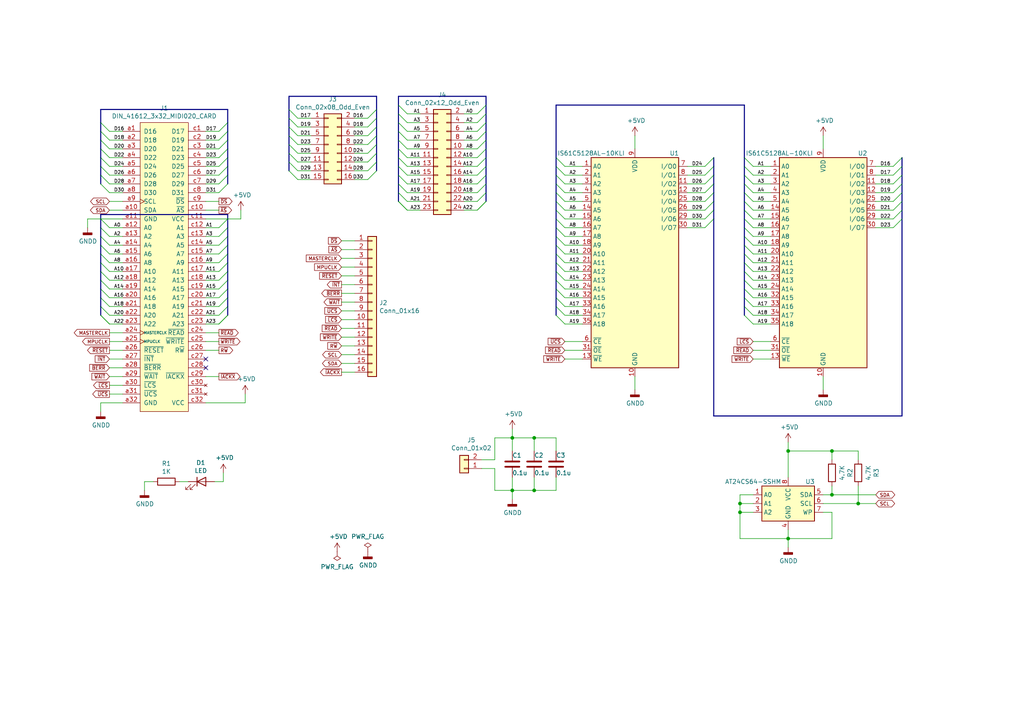
<source format=kicad_sch>
(kicad_sch (version 20211123) (generator eeschema)
  (paper "A4")
  (junction (at 241.3 143.51))
  (junction (at 241.3 130.81))
  (junction (at 148.59 127))
  (junction (at 228.6 156.21))
  (junction (at 214.63 146.05))
  (junction (at 148.59 142.24))
  (junction (at 228.6 130.81))
  (junction (at 154.94 142.24))
  (junction (at 154.94 127))
  (junction (at 214.63 148.59))
  (junction (at 248.92 146.05))
  (no_connect (at 59.69 104.14))
  (no_connect (at 59.69 106.68))
  (bus_entry (at 115.57 33.02) (size 2.54 2.54))
  (bus_entry (at 29.21 71.12) (size 2.54 2.54))
  (bus_entry (at 215.9 76.2) (size 2.54 2.54))
  (bus_entry (at 29.21 40.64) (size 2.54 2.54))
  (bus_entry (at 109.22 34.29) (size -2.54 2.54))
  (bus_entry (at 261.62 63.5) (size -2.54 2.54))
  (bus_entry (at 66.04 45.72) (size -2.54 2.54))
  (bus_entry (at 215.9 71.12) (size 2.54 2.54))
  (bus_entry (at 161.29 83.82) (size 2.54 2.54))
  (bus_entry (at 66.04 43.18) (size -2.54 2.54))
  (bus_entry (at 207.01 48.26) (size -2.54 2.54))
  (bus_entry (at 261.62 55.88) (size -2.54 2.54))
  (bus_entry (at 29.21 73.66) (size 2.54 2.54))
  (bus_entry (at 161.29 71.12) (size 2.54 2.54))
  (bus_entry (at 115.57 58.42) (size 2.54 2.54))
  (bus_entry (at 109.22 39.37) (size -2.54 2.54))
  (bus_entry (at 261.62 50.8) (size -2.54 2.54))
  (bus_entry (at 83.82 49.53) (size 2.54 2.54))
  (bus_entry (at 66.04 40.64) (size -2.54 2.54))
  (bus_entry (at 29.21 63.5) (size 2.54 2.54))
  (bus_entry (at 115.57 48.26) (size 2.54 2.54))
  (bus_entry (at 261.62 60.96) (size -2.54 2.54))
  (bus_entry (at 215.9 73.66) (size 2.54 2.54))
  (bus_entry (at 215.9 55.88) (size 2.54 2.54))
  (bus_entry (at 29.21 81.28) (size 2.54 2.54))
  (bus_entry (at 207.01 60.96) (size -2.54 2.54))
  (bus_entry (at 83.82 41.91) (size 2.54 2.54))
  (bus_entry (at 29.21 83.82) (size 2.54 2.54))
  (bus_entry (at 161.29 91.44) (size 2.54 2.54))
  (bus_entry (at 66.04 63.5) (size -2.54 2.54))
  (bus_entry (at 115.57 30.48) (size 2.54 2.54))
  (bus_entry (at 66.04 91.44) (size -2.54 2.54))
  (bus_entry (at 115.57 45.72) (size 2.54 2.54))
  (bus_entry (at 261.62 45.72) (size -2.54 2.54))
  (bus_entry (at 140.97 53.34) (size -2.54 2.54))
  (bus_entry (at 66.04 35.56) (size -2.54 2.54))
  (bus_entry (at 29.21 91.44) (size 2.54 2.54))
  (bus_entry (at 115.57 38.1) (size 2.54 2.54))
  (bus_entry (at 161.29 48.26) (size 2.54 2.54))
  (bus_entry (at 66.04 71.12) (size -2.54 2.54))
  (bus_entry (at 115.57 35.56) (size 2.54 2.54))
  (bus_entry (at 207.01 58.42) (size -2.54 2.54))
  (bus_entry (at 109.22 46.99) (size -2.54 2.54))
  (bus_entry (at 29.21 35.56) (size 2.54 2.54))
  (bus_entry (at 66.04 50.8) (size -2.54 2.54))
  (bus_entry (at 66.04 83.82) (size -2.54 2.54))
  (bus_entry (at 140.97 58.42) (size -2.54 2.54))
  (bus_entry (at 161.29 63.5) (size 2.54 2.54))
  (bus_entry (at 29.21 88.9) (size 2.54 2.54))
  (bus_entry (at 115.57 43.18) (size 2.54 2.54))
  (bus_entry (at 161.29 53.34) (size 2.54 2.54))
  (bus_entry (at 29.21 91.44) (size 2.54 2.54))
  (bus_entry (at 140.97 45.72) (size -2.54 2.54))
  (bus_entry (at 207.01 50.8) (size -2.54 2.54))
  (bus_entry (at 215.9 88.9) (size 2.54 2.54))
  (bus_entry (at 261.62 53.34) (size -2.54 2.54))
  (bus_entry (at 29.21 66.04) (size 2.54 2.54))
  (bus_entry (at 29.21 86.36) (size 2.54 2.54))
  (bus_entry (at 140.97 48.26) (size -2.54 2.54))
  (bus_entry (at 207.01 55.88) (size -2.54 2.54))
  (bus_entry (at 161.29 76.2) (size 2.54 2.54))
  (bus_entry (at 161.29 45.72) (size 2.54 2.54))
  (bus_entry (at 207.01 45.72) (size -2.54 2.54))
  (bus_entry (at 140.97 55.88) (size -2.54 2.54))
  (bus_entry (at 207.01 63.5) (size -2.54 2.54))
  (bus_entry (at 66.04 38.1) (size -2.54 2.54))
  (bus_entry (at 161.29 58.42) (size 2.54 2.54))
  (bus_entry (at 29.21 68.58) (size 2.54 2.54))
  (bus_entry (at 83.82 39.37) (size 2.54 2.54))
  (bus_entry (at 29.21 76.2) (size 2.54 2.54))
  (bus_entry (at 215.9 81.28) (size 2.54 2.54))
  (bus_entry (at 66.04 88.9) (size -2.54 2.54))
  (bus_entry (at 109.22 49.53) (size -2.54 2.54))
  (bus_entry (at 140.97 58.42) (size -2.54 2.54))
  (bus_entry (at 215.9 58.42) (size 2.54 2.54))
  (bus_entry (at 115.57 58.42) (size 2.54 2.54))
  (bus_entry (at 161.29 88.9) (size 2.54 2.54))
  (bus_entry (at 66.04 76.2) (size -2.54 2.54))
  (bus_entry (at 66.04 78.74) (size -2.54 2.54))
  (bus_entry (at 109.22 44.45) (size -2.54 2.54))
  (bus_entry (at 261.62 58.42) (size -2.54 2.54))
  (bus_entry (at 29.21 48.26) (size 2.54 2.54))
  (bus_entry (at 261.62 48.26) (size -2.54 2.54))
  (bus_entry (at 161.29 66.04) (size 2.54 2.54))
  (bus_entry (at 115.57 53.34) (size 2.54 2.54))
  (bus_entry (at 140.97 50.8) (size -2.54 2.54))
  (bus_entry (at 215.9 83.82) (size 2.54 2.54))
  (bus_entry (at 66.04 81.28) (size -2.54 2.54))
  (bus_entry (at 115.57 50.8) (size 2.54 2.54))
  (bus_entry (at 215.9 53.34) (size 2.54 2.54))
  (bus_entry (at 161.29 81.28) (size 2.54 2.54))
  (bus_entry (at 161.29 50.8) (size 2.54 2.54))
  (bus_entry (at 83.82 44.45) (size 2.54 2.54))
  (bus_entry (at 215.9 68.58) (size 2.54 2.54))
  (bus_entry (at 109.22 41.91) (size -2.54 2.54))
  (bus_entry (at 66.04 66.04) (size -2.54 2.54))
  (bus_entry (at 83.82 31.75) (size 2.54 2.54))
  (bus_entry (at 161.29 60.96) (size 2.54 2.54))
  (bus_entry (at 140.97 38.1) (size -2.54 2.54))
  (bus_entry (at 215.9 48.26) (size 2.54 2.54))
  (bus_entry (at 66.04 68.58) (size -2.54 2.54))
  (bus_entry (at 29.21 38.1) (size 2.54 2.54))
  (bus_entry (at 215.9 78.74) (size 2.54 2.54))
  (bus_entry (at 215.9 60.96) (size 2.54 2.54))
  (bus_entry (at 29.21 78.74) (size 2.54 2.54))
  (bus_entry (at 140.97 40.64) (size -2.54 2.54))
  (bus_entry (at 215.9 91.44) (size 2.54 2.54))
  (bus_entry (at 215.9 45.72) (size 2.54 2.54))
  (bus_entry (at 83.82 46.99) (size 2.54 2.54))
  (bus_entry (at 66.04 91.44) (size -2.54 2.54))
  (bus_entry (at 161.29 55.88) (size 2.54 2.54))
  (bus_entry (at 115.57 40.64) (size 2.54 2.54))
  (bus_entry (at 161.29 68.58) (size 2.54 2.54))
  (bus_entry (at 83.82 36.83) (size 2.54 2.54))
  (bus_entry (at 29.21 45.72) (size 2.54 2.54))
  (bus_entry (at 66.04 53.34) (size -2.54 2.54))
  (bus_entry (at 140.97 35.56) (size -2.54 2.54))
  (bus_entry (at 29.21 50.8) (size 2.54 2.54))
  (bus_entry (at 215.9 66.04) (size 2.54 2.54))
  (bus_entry (at 215.9 86.36) (size 2.54 2.54))
  (bus_entry (at 215.9 63.5) (size 2.54 2.54))
  (bus_entry (at 161.29 73.66) (size 2.54 2.54))
  (bus_entry (at 161.29 86.36) (size 2.54 2.54))
  (bus_entry (at 207.01 53.34) (size -2.54 2.54))
  (bus_entry (at 140.97 30.48) (size -2.54 2.54))
  (bus_entry (at 109.22 36.83) (size -2.54 2.54))
  (bus_entry (at 215.9 50.8) (size 2.54 2.54))
  (bus_entry (at 83.82 34.29) (size 2.54 2.54))
  (bus_entry (at 66.04 73.66) (size -2.54 2.54))
  (bus_entry (at 29.21 43.18) (size 2.54 2.54))
  (bus_entry (at 140.97 43.18) (size -2.54 2.54))
  (bus_entry (at 66.04 48.26) (size -2.54 2.54))
  (bus_entry (at 109.22 31.75) (size -2.54 2.54))
  (bus_entry (at 29.21 53.34) (size 2.54 2.54))
  (bus_entry (at 66.04 86.36) (size -2.54 2.54))
  (bus_entry (at 140.97 33.02) (size -2.54 2.54))
  (bus_entry (at 161.29 78.74) (size 2.54 2.54))
  (bus_entry (at 115.57 55.88) (size 2.54 2.54))
  (wire (pts (xy 214.63 148.59) (xy 214.63 156.21)))
  (bus (pts (xy 215.9 71.12) (xy 215.9 73.66)))
  (wire (pts (xy 102.87 87.63) (xy 99.06 87.63)))
  (wire (pts (xy 254 53.34) (xy 259.08 53.34)))
  (wire (pts (xy 168.91 99.06) (xy 163.83 99.06)))
  (wire (pts (xy 163.83 93.98) (xy 168.91 93.98)))
  (wire (pts (xy 59.69 83.82) (xy 63.5 83.82)))
  (wire (pts (xy 59.69 91.44) (xy 63.5 91.44)))
  (wire (pts (xy 218.44 58.42) (xy 223.52 58.42)))
  (bus (pts (xy 140.97 30.48) (xy 140.97 33.02)))
  (wire (pts (xy 121.92 60.96) (xy 118.11 60.96)))
  (bus (pts (xy 140.97 43.18) (xy 140.97 45.72)))
  (wire (pts (xy 35.56 78.74) (xy 31.75 78.74)))
  (wire (pts (xy 102.87 34.29) (xy 106.68 34.29)))
  (wire (pts (xy 102.87 102.87) (xy 99.06 102.87)))
  (bus (pts (xy 83.82 41.91) (xy 83.82 44.45)))
  (wire (pts (xy 161.29 127) (xy 161.29 130.81)))
  (wire (pts (xy 148.59 142.24) (xy 143.51 142.24)))
  (bus (pts (xy 261.62 63.5) (xy 261.62 120.65)))
  (bus (pts (xy 207.01 50.8) (xy 207.01 53.34)))
  (wire (pts (xy 148.59 127) (xy 154.94 127)))
  (wire (pts (xy 102.87 90.17) (xy 99.06 90.17)))
  (bus (pts (xy 29.21 63.5) (xy 29.21 66.04)))
  (bus (pts (xy 66.04 35.56) (xy 66.04 38.1)))
  (wire (pts (xy 121.92 35.56) (xy 118.11 35.56)))
  (bus (pts (xy 83.82 27.94) (xy 83.82 31.75)))
  (wire (pts (xy 25.4 63.5) (xy 29.21 63.5)))
  (bus (pts (xy 161.29 66.04) (xy 161.29 68.58)))
  (bus (pts (xy 261.62 53.34) (xy 261.62 55.88)))
  (wire (pts (xy 59.69 78.74) (xy 63.5 78.74)))
  (wire (pts (xy 148.59 142.24) (xy 148.59 138.43)))
  (wire (pts (xy 90.17 44.45) (xy 86.36 44.45)))
  (bus (pts (xy 140.97 55.88) (xy 140.97 58.42)))
  (bus (pts (xy 161.29 78.74) (xy 161.29 81.28)))
  (wire (pts (xy 218.44 60.96) (xy 223.52 60.96)))
  (wire (pts (xy 254 48.26) (xy 259.08 48.26)))
  (wire (pts (xy 163.83 50.8) (xy 168.91 50.8)))
  (wire (pts (xy 184.15 109.22) (xy 184.15 113.03)))
  (wire (pts (xy 35.56 38.1) (xy 31.75 38.1)))
  (wire (pts (xy 218.44 73.66) (xy 223.52 73.66)))
  (bus (pts (xy 109.22 27.94) (xy 83.82 27.94)))
  (wire (pts (xy 121.92 50.8) (xy 118.11 50.8)))
  (wire (pts (xy 163.83 66.04) (xy 168.91 66.04)))
  (bus (pts (xy 109.22 44.45) (xy 109.22 46.99)))
  (bus (pts (xy 215.9 50.8) (xy 215.9 53.34)))
  (bus (pts (xy 161.29 30.48) (xy 215.9 30.48)))
  (wire (pts (xy 254 58.42) (xy 259.08 58.42)))
  (wire (pts (xy 154.94 142.24) (xy 148.59 142.24)))
  (wire (pts (xy 35.56 96.52) (xy 31.75 96.52)))
  (wire (pts (xy 102.87 36.83) (xy 106.68 36.83)))
  (bus (pts (xy 161.29 48.26) (xy 161.29 50.8)))
  (bus (pts (xy 140.97 45.72) (xy 140.97 48.26)))
  (bus (pts (xy 261.62 45.72) (xy 261.62 48.26)))
  (bus (pts (xy 215.9 30.48) (xy 215.9 45.72)))
  (wire (pts (xy 59.69 40.64) (xy 63.5 40.64)))
  (wire (pts (xy 218.44 83.82) (xy 223.52 83.82)))
  (wire (pts (xy 134.62 43.18) (xy 138.43 43.18)))
  (wire (pts (xy 241.3 140.97) (xy 241.3 143.51)))
  (bus (pts (xy 66.04 63.5) (xy 66.04 66.04)))
  (wire (pts (xy 102.87 85.09) (xy 99.06 85.09)))
  (wire (pts (xy 163.83 48.26) (xy 168.91 48.26)))
  (wire (pts (xy 228.6 156.21) (xy 228.6 158.75)))
  (bus (pts (xy 207.01 58.42) (xy 207.01 60.96)))
  (wire (pts (xy 163.83 60.96) (xy 168.91 60.96)))
  (wire (pts (xy 25.4 63.5) (xy 25.4 66.04)))
  (wire (pts (xy 41.91 139.7) (xy 44.45 139.7)))
  (wire (pts (xy 218.44 146.05) (xy 214.63 146.05)))
  (wire (pts (xy 161.29 138.43) (xy 161.29 142.24)))
  (wire (pts (xy 59.69 63.5) (xy 66.04 63.5)))
  (wire (pts (xy 59.69 71.12) (xy 63.5 71.12)))
  (wire (pts (xy 121.92 58.42) (xy 118.11 58.42)))
  (bus (pts (xy 115.57 55.88) (xy 115.57 58.42)))
  (bus (pts (xy 161.29 55.88) (xy 161.29 58.42)))
  (wire (pts (xy 59.69 66.04) (xy 63.5 66.04)))
  (wire (pts (xy 35.56 58.42) (xy 31.75 58.42)))
  (wire (pts (xy 102.87 72.39) (xy 99.06 72.39)))
  (wire (pts (xy 121.92 55.88) (xy 118.11 55.88)))
  (wire (pts (xy 168.91 104.14) (xy 163.83 104.14)))
  (wire (pts (xy 218.44 76.2) (xy 223.52 76.2)))
  (wire (pts (xy 199.39 48.26) (xy 204.47 48.26)))
  (wire (pts (xy 90.17 46.99) (xy 86.36 46.99)))
  (bus (pts (xy 29.21 78.74) (xy 29.21 81.28)))
  (bus (pts (xy 115.57 48.26) (xy 115.57 50.8)))
  (wire (pts (xy 134.62 48.26) (xy 138.43 48.26)))
  (wire (pts (xy 35.56 73.66) (xy 31.75 73.66)))
  (bus (pts (xy 261.62 55.88) (xy 261.62 58.42)))
  (wire (pts (xy 228.6 130.81) (xy 228.6 128.27)))
  (wire (pts (xy 214.63 143.51) (xy 214.63 146.05)))
  (bus (pts (xy 261.62 58.42) (xy 261.62 60.96)))
  (wire (pts (xy 134.62 33.02) (xy 138.43 33.02)))
  (wire (pts (xy 223.52 99.06) (xy 218.44 99.06)))
  (bus (pts (xy 161.29 73.66) (xy 161.29 76.2)))
  (bus (pts (xy 161.29 60.96) (xy 161.29 63.5)))
  (wire (pts (xy 143.51 135.89) (xy 139.7 135.89)))
  (bus (pts (xy 29.21 83.82) (xy 29.21 86.36)))
  (wire (pts (xy 35.56 101.6) (xy 31.75 101.6)))
  (bus (pts (xy 66.04 40.64) (xy 66.04 43.18)))
  (wire (pts (xy 218.44 66.04) (xy 223.52 66.04)))
  (wire (pts (xy 163.83 53.34) (xy 168.91 53.34)))
  (bus (pts (xy 215.9 73.66) (xy 215.9 76.2)))
  (bus (pts (xy 161.29 71.12) (xy 161.29 73.66)))
  (wire (pts (xy 59.69 43.18) (xy 63.5 43.18)))
  (wire (pts (xy 59.69 50.8) (xy 63.5 50.8)))
  (wire (pts (xy 134.62 60.96) (xy 138.43 60.96)))
  (wire (pts (xy 59.69 73.66) (xy 63.5 73.66)))
  (wire (pts (xy 59.69 53.34) (xy 63.5 53.34)))
  (bus (pts (xy 66.04 62.23) (xy 66.04 63.5)))
  (bus (pts (xy 261.62 60.96) (xy 261.62 63.5)))
  (bus (pts (xy 66.04 71.12) (xy 66.04 73.66)))
  (wire (pts (xy 59.69 68.58) (xy 63.5 68.58)))
  (bus (pts (xy 207.01 55.88) (xy 207.01 58.42)))
  (wire (pts (xy 35.56 50.8) (xy 31.75 50.8)))
  (wire (pts (xy 199.39 63.5) (xy 204.47 63.5)))
  (bus (pts (xy 115.57 43.18) (xy 115.57 45.72)))
  (bus (pts (xy 66.04 66.04) (xy 66.04 68.58)))
  (bus (pts (xy 29.21 86.36) (xy 29.21 88.9)))
  (wire (pts (xy 59.69 88.9) (xy 63.5 88.9)))
  (bus (pts (xy 29.21 73.66) (xy 29.21 76.2)))
  (wire (pts (xy 163.83 83.82) (xy 168.91 83.82)))
  (bus (pts (xy 261.62 50.8) (xy 261.62 53.34)))
  (wire (pts (xy 102.87 97.79) (xy 99.06 97.79)))
  (wire (pts (xy 228.6 130.81) (xy 241.3 130.81)))
  (wire (pts (xy 90.17 39.37) (xy 86.36 39.37)))
  (bus (pts (xy 29.21 81.28) (xy 29.21 83.82)))
  (wire (pts (xy 168.91 101.6) (xy 163.83 101.6)))
  (wire (pts (xy 59.69 45.72) (xy 63.5 45.72)))
  (bus (pts (xy 115.57 40.64) (xy 115.57 43.18)))
  (wire (pts (xy 161.29 142.24) (xy 154.94 142.24)))
  (bus (pts (xy 261.62 48.26) (xy 261.62 50.8)))
  (bus (pts (xy 29.21 48.26) (xy 29.21 50.8)))
  (wire (pts (xy 163.83 55.88) (xy 168.91 55.88)))
  (wire (pts (xy 163.83 71.12) (xy 168.91 71.12)))
  (wire (pts (xy 218.44 68.58) (xy 223.52 68.58)))
  (bus (pts (xy 29.21 50.8) (xy 29.21 53.34)))
  (wire (pts (xy 154.94 127) (xy 154.94 130.81)))
  (wire (pts (xy 59.69 76.2) (xy 63.5 76.2)))
  (bus (pts (xy 161.29 50.8) (xy 161.29 53.34)))
  (bus (pts (xy 215.9 55.88) (xy 215.9 58.42)))
  (wire (pts (xy 35.56 114.3) (xy 31.75 114.3)))
  (bus (pts (xy 161.29 63.5) (xy 161.29 66.04)))
  (bus (pts (xy 115.57 45.72) (xy 115.57 48.26)))
  (bus (pts (xy 66.04 81.28) (xy 66.04 83.82)))
  (wire (pts (xy 90.17 49.53) (xy 86.36 49.53)))
  (bus (pts (xy 215.9 88.9) (xy 215.9 91.44)))
  (wire (pts (xy 59.69 109.22) (xy 63.5 109.22)))
  (wire (pts (xy 102.87 69.85) (xy 99.06 69.85)))
  (bus (pts (xy 109.22 31.75) (xy 109.22 34.29)))
  (bus (pts (xy 215.9 58.42) (xy 215.9 60.96)))
  (wire (pts (xy 241.3 130.81) (xy 248.92 130.81)))
  (bus (pts (xy 115.57 50.8) (xy 115.57 53.34)))
  (wire (pts (xy 102.87 95.25) (xy 99.06 95.25)))
  (wire (pts (xy 241.3 148.59) (xy 241.3 156.21)))
  (bus (pts (xy 140.97 50.8) (xy 140.97 53.34)))
  (wire (pts (xy 218.44 88.9) (xy 223.52 88.9)))
  (wire (pts (xy 35.56 86.36) (xy 31.75 86.36)))
  (wire (pts (xy 90.17 36.83) (xy 86.36 36.83)))
  (wire (pts (xy 218.44 50.8) (xy 223.52 50.8)))
  (bus (pts (xy 66.04 83.82) (xy 66.04 86.36)))
  (wire (pts (xy 35.56 93.98) (xy 31.75 93.98)))
  (wire (pts (xy 35.56 45.72) (xy 31.75 45.72)))
  (wire (pts (xy 102.87 41.91) (xy 106.68 41.91)))
  (wire (pts (xy 218.44 93.98) (xy 223.52 93.98)))
  (wire (pts (xy 163.83 58.42) (xy 168.91 58.42)))
  (wire (pts (xy 102.87 44.45) (xy 106.68 44.45)))
  (bus (pts (xy 29.21 76.2) (xy 29.21 78.74)))
  (wire (pts (xy 163.83 78.74) (xy 168.91 78.74)))
  (bus (pts (xy 29.21 45.72) (xy 29.21 48.26)))
  (bus (pts (xy 66.04 88.9) (xy 66.04 91.44)))
  (wire (pts (xy 102.87 39.37) (xy 106.68 39.37)))
  (bus (pts (xy 83.82 34.29) (xy 83.82 36.83)))
  (wire (pts (xy 121.92 43.18) (xy 118.11 43.18)))
  (bus (pts (xy 29.21 31.75) (xy 66.04 31.75)))
  (bus (pts (xy 109.22 27.94) (xy 109.22 31.75)))
  (bus (pts (xy 83.82 39.37) (xy 83.82 41.91)))
  (bus (pts (xy 29.21 35.56) (xy 29.21 38.1)))
  (wire (pts (xy 154.94 127) (xy 161.29 127)))
  (wire (pts (xy 59.69 116.84) (xy 71.12 116.84)))
  (wire (pts (xy 199.39 55.88) (xy 204.47 55.88)))
  (bus (pts (xy 109.22 46.99) (xy 109.22 49.53)))
  (wire (pts (xy 218.44 81.28) (xy 223.52 81.28)))
  (bus (pts (xy 215.9 66.04) (xy 215.9 68.58)))
  (wire (pts (xy 163.83 86.36) (xy 168.91 86.36)))
  (wire (pts (xy 218.44 53.34) (xy 223.52 53.34)))
  (wire (pts (xy 223.52 104.14) (xy 218.44 104.14)))
  (bus (pts (xy 140.97 53.34) (xy 140.97 55.88)))
  (bus (pts (xy 161.29 83.82) (xy 161.29 86.36)))
  (wire (pts (xy 199.39 66.04) (xy 204.47 66.04)))
  (wire (pts (xy 238.76 148.59) (xy 241.3 148.59)))
  (bus (pts (xy 215.9 83.82) (xy 215.9 86.36)))
  (wire (pts (xy 35.56 76.2) (xy 31.75 76.2)))
  (bus (pts (xy 161.29 76.2) (xy 161.29 78.74)))
  (wire (pts (xy 228.6 138.43) (xy 228.6 130.81)))
  (wire (pts (xy 64.77 139.7) (xy 64.77 137.16)))
  (wire (pts (xy 163.83 88.9) (xy 168.91 88.9)))
  (wire (pts (xy 59.69 96.52) (xy 63.5 96.52)))
  (wire (pts (xy 59.69 55.88) (xy 63.5 55.88)))
  (wire (pts (xy 59.69 48.26) (xy 63.5 48.26)))
  (bus (pts (xy 66.04 76.2) (xy 66.04 78.74)))
  (bus (pts (xy 29.21 62.23) (xy 29.21 63.5)))
  (bus (pts (xy 207.01 60.96) (xy 207.01 63.5)))
  (bus (pts (xy 109.22 36.83) (xy 109.22 39.37)))
  (wire (pts (xy 241.3 143.51) (xy 254 143.51)))
  (bus (pts (xy 161.29 58.42) (xy 161.29 60.96)))
  (bus (pts (xy 66.04 86.36) (xy 66.04 88.9)))
  (wire (pts (xy 241.3 130.81) (xy 241.3 133.35)))
  (bus (pts (xy 215.9 86.36) (xy 215.9 88.9)))
  (wire (pts (xy 238.76 146.05) (xy 248.92 146.05)))
  (bus (pts (xy 161.29 53.34) (xy 161.29 55.88)))
  (bus (pts (xy 29.21 71.12) (xy 29.21 73.66)))
  (wire (pts (xy 148.59 127) (xy 148.59 130.81)))
  (wire (pts (xy 218.44 63.5) (xy 223.52 63.5)))
  (wire (pts (xy 71.12 116.84) (xy 71.12 114.3)))
  (bus (pts (xy 66.04 68.58) (xy 66.04 71.12)))
  (wire (pts (xy 102.87 52.07) (xy 106.68 52.07)))
  (wire (pts (xy 35.56 40.64) (xy 31.75 40.64)))
  (wire (pts (xy 59.69 101.6) (xy 63.5 101.6)))
  (wire (pts (xy 35.56 91.44) (xy 31.75 91.44)))
  (wire (pts (xy 59.69 86.36) (xy 63.5 86.36)))
  (bus (pts (xy 66.04 78.74) (xy 66.04 81.28)))
  (bus (pts (xy 215.9 78.74) (xy 215.9 81.28)))
  (bus (pts (xy 140.97 27.94) (xy 140.97 30.48)))
  (bus (pts (xy 207.01 48.26) (xy 207.01 50.8)))
  (bus (pts (xy 29.21 62.23) (xy 66.04 62.23)))
  (bus (pts (xy 215.9 76.2) (xy 215.9 78.74)))
  (wire (pts (xy 134.62 55.88) (xy 138.43 55.88)))
  (wire (pts (xy 102.87 107.95) (xy 99.06 107.95)))
  (wire (pts (xy 218.44 55.88) (xy 223.52 55.88)))
  (bus (pts (xy 66.04 50.8) (xy 66.04 53.34)))
  (wire (pts (xy 121.92 48.26) (xy 118.11 48.26)))
  (bus (pts (xy 215.9 60.96) (xy 215.9 63.5)))
  (wire (pts (xy 59.69 58.42) (xy 63.5 58.42)))
  (wire (pts (xy 218.44 143.51) (xy 214.63 143.51)))
  (bus (pts (xy 215.9 68.58) (xy 215.9 71.12)))
  (wire (pts (xy 218.44 48.26) (xy 223.52 48.26)))
  (wire (pts (xy 35.56 106.68) (xy 31.75 106.68)))
  (wire (pts (xy 102.87 77.47) (xy 99.06 77.47)))
  (bus (pts (xy 66.04 38.1) (xy 66.04 40.64)))
  (wire (pts (xy 134.62 45.72) (xy 138.43 45.72)))
  (wire (pts (xy 62.23 139.7) (xy 64.77 139.7)))
  (bus (pts (xy 115.57 33.02) (xy 115.57 35.56)))
  (wire (pts (xy 35.56 48.26) (xy 31.75 48.26)))
  (wire (pts (xy 134.62 40.64) (xy 138.43 40.64)))
  (wire (pts (xy 223.52 101.6) (xy 218.44 101.6)))
  (wire (pts (xy 35.56 116.84) (xy 29.21 116.84)))
  (wire (pts (xy 254 55.88) (xy 259.08 55.88)))
  (wire (pts (xy 228.6 156.21) (xy 228.6 153.67)))
  (bus (pts (xy 140.97 40.64) (xy 140.97 43.18)))
  (bus (pts (xy 161.29 81.28) (xy 161.29 83.82)))
  (wire (pts (xy 248.92 140.97) (xy 248.92 146.05)))
  (wire (pts (xy 59.69 99.06) (xy 63.5 99.06)))
  (bus (pts (xy 83.82 46.99) (xy 83.82 49.53)))
  (bus (pts (xy 29.21 31.75) (xy 29.21 35.56)))
  (bus (pts (xy 161.29 88.9) (xy 161.29 91.44)))
  (bus (pts (xy 66.04 43.18) (xy 66.04 45.72)))
  (wire (pts (xy 163.83 73.66) (xy 168.91 73.66)))
  (wire (pts (xy 29.21 116.84) (xy 29.21 119.38)))
  (wire (pts (xy 163.83 91.44) (xy 168.91 91.44)))
  (wire (pts (xy 35.56 68.58) (xy 31.75 68.58)))
  (wire (pts (xy 29.21 63.5) (xy 35.56 63.5)))
  (wire (pts (xy 163.83 63.5) (xy 168.91 63.5)))
  (wire (pts (xy 143.51 133.35) (xy 143.51 127)))
  (wire (pts (xy 148.59 127) (xy 148.59 124.46)))
  (wire (pts (xy 139.7 133.35) (xy 143.51 133.35)))
  (wire (pts (xy 35.56 99.06) (xy 31.75 99.06)))
  (wire (pts (xy 254 60.96) (xy 259.08 60.96)))
  (wire (pts (xy 35.56 43.18) (xy 31.75 43.18)))
  (bus (pts (xy 29.21 68.58) (xy 29.21 71.12)))
  (wire (pts (xy 218.44 148.59) (xy 214.63 148.59)))
  (wire (pts (xy 35.56 109.22) (xy 31.75 109.22)))
  (wire (pts (xy 248.92 130.81) (xy 248.92 133.35)))
  (bus (pts (xy 109.22 34.29) (xy 109.22 36.83)))
  (wire (pts (xy 134.62 50.8) (xy 138.43 50.8)))
  (wire (pts (xy 102.87 74.93) (xy 99.06 74.93)))
  (wire (pts (xy 121.92 33.02) (xy 118.11 33.02)))
  (wire (pts (xy 254 50.8) (xy 259.08 50.8)))
  (wire (pts (xy 90.17 52.07) (xy 86.36 52.07)))
  (wire (pts (xy 35.56 66.04) (xy 31.75 66.04)))
  (bus (pts (xy 115.57 35.56) (xy 115.57 38.1)))
  (bus (pts (xy 83.82 31.75) (xy 83.82 34.29)))
  (wire (pts (xy 35.56 88.9) (xy 31.75 88.9)))
  (wire (pts (xy 218.44 86.36) (xy 223.52 86.36)))
  (wire (pts (xy 102.87 49.53) (xy 106.68 49.53)))
  (wire (pts (xy 154.94 138.43) (xy 154.94 142.24)))
  (bus (pts (xy 29.21 88.9) (xy 29.21 91.44)))
  (wire (pts (xy 148.59 142.24) (xy 148.59 144.78)))
  (wire (pts (xy 218.44 71.12) (xy 223.52 71.12)))
  (wire (pts (xy 241.3 156.21) (xy 228.6 156.21)))
  (wire (pts (xy 214.63 146.05) (xy 214.63 148.59)))
  (wire (pts (xy 35.56 71.12) (xy 31.75 71.12)))
  (wire (pts (xy 59.69 38.1) (xy 63.5 38.1)))
  (wire (pts (xy 66.04 63.5) (xy 69.85 63.5)))
  (wire (pts (xy 121.92 45.72) (xy 118.11 45.72)))
  (wire (pts (xy 134.62 35.56) (xy 138.43 35.56)))
  (wire (pts (xy 102.87 80.01) (xy 99.06 80.01)))
  (wire (pts (xy 35.56 111.76) (xy 31.75 111.76)))
  (wire (pts (xy 143.51 142.24) (xy 143.51 135.89)))
  (bus (pts (xy 115.57 27.94) (xy 115.57 30.48)))
  (wire (pts (xy 254 63.5) (xy 259.08 63.5)))
  (wire (pts (xy 214.63 156.21) (xy 228.6 156.21)))
  (wire (pts (xy 35.56 81.28) (xy 31.75 81.28)))
  (wire (pts (xy 59.69 60.96) (xy 63.5 60.96)))
  (wire (pts (xy 102.87 46.99) (xy 106.68 46.99)))
  (wire (pts (xy 35.56 60.96) (xy 31.75 60.96)))
  (wire (pts (xy 90.17 41.91) (xy 86.36 41.91)))
  (bus (pts (xy 207.01 45.72) (xy 207.01 48.26)))
  (wire (pts (xy 35.56 83.82) (xy 31.75 83.82)))
  (bus (pts (xy 207.01 53.34) (xy 207.01 55.88)))
  (bus (pts (xy 140.97 33.02) (xy 140.97 35.56)))
  (bus (pts (xy 215.9 53.34) (xy 215.9 55.88)))
  (wire (pts (xy 35.56 55.88) (xy 31.75 55.88)))
  (wire (pts (xy 199.39 50.8) (xy 204.47 50.8)))
  (wire (pts (xy 102.87 105.41) (xy 99.06 105.41)))
  (wire (pts (xy 52.07 139.7) (xy 54.61 139.7)))
  (bus (pts (xy 66.04 45.72) (xy 66.04 48.26)))
  (bus (pts (xy 140.97 27.94) (xy 115.57 27.94)))
  (bus (pts (xy 115.57 53.34) (xy 115.57 55.88)))
  (wire (pts (xy 218.44 91.44) (xy 223.52 91.44)))
  (bus (pts (xy 140.97 35.56) (xy 140.97 38.1)))
  (bus (pts (xy 29.21 66.04) (xy 29.21 68.58)))
  (bus (pts (xy 83.82 36.83) (xy 83.82 39.37)))
  (bus (pts (xy 66.04 48.26) (xy 66.04 50.8)))
  (bus (pts (xy 109.22 39.37) (xy 109.22 41.91)))
  (bus (pts (xy 215.9 81.28) (xy 215.9 83.82)))
  (bus (pts (xy 215.9 45.72) (xy 215.9 48.26)))
  (bus (pts (xy 29.21 43.18) (xy 29.21 45.72)))
  (wire (pts (xy 41.91 142.24) (xy 41.91 139.7)))
  (wire (pts (xy 69.85 63.5) (xy 69.85 60.96)))
  (bus (pts (xy 207.01 63.5) (xy 207.01 120.65)))
  (wire (pts (xy 143.51 127) (xy 148.59 127)))
  (wire (pts (xy 121.92 40.64) (xy 118.11 40.64)))
  (bus (pts (xy 29.21 38.1) (xy 29.21 40.64)))
  (bus (pts (xy 215.9 48.26) (xy 215.9 50.8)))
  (wire (pts (xy 134.62 58.42) (xy 138.43 58.42)))
  (wire (pts (xy 218.44 78.74) (xy 223.52 78.74)))
  (wire (pts (xy 184.15 43.18) (xy 184.15 39.37)))
  (bus (pts (xy 66.04 31.75) (xy 66.04 35.56)))
  (bus (pts (xy 161.29 30.48) (xy 161.29 45.72)))
  (wire (pts (xy 238.76 143.51) (xy 241.3 143.51)))
  (bus (pts (xy 115.57 38.1) (xy 115.57 40.64)))
  (wire (pts (xy 59.69 93.98) (xy 63.5 93.98)))
  (wire (pts (xy 199.39 58.42) (xy 204.47 58.42)))
  (wire (pts (xy 121.92 38.1) (xy 118.11 38.1)))
  (wire (pts (xy 163.83 81.28) (xy 168.91 81.28)))
  (bus (pts (xy 161.29 45.72) (xy 161.29 48.26)))
  (bus (pts (xy 140.97 38.1) (xy 140.97 40.64)))
  (wire (pts (xy 134.62 38.1) (xy 138.43 38.1)))
  (wire (pts (xy 238.76 43.18) (xy 238.76 39.37)))
  (wire (pts (xy 199.39 60.96) (xy 204.47 60.96)))
  (bus (pts (xy 215.9 63.5) (xy 215.9 66.04)))
  (bus (pts (xy 140.97 48.26) (xy 140.97 50.8)))
  (wire (pts (xy 35.56 53.34) (xy 31.75 53.34)))
  (wire (pts (xy 134.62 53.34) (xy 138.43 53.34)))
  (bus (pts (xy 161.29 68.58) (xy 161.29 71.12)))
  (bus (pts (xy 115.57 30.48) (xy 115.57 33.02)))
  (wire (pts (xy 35.56 104.14) (xy 31.75 104.14)))
  (wire (pts (xy 199.39 53.34) (xy 204.47 53.34)))
  (bus (pts (xy 207.01 120.65) (xy 261.62 120.65)))
  (wire (pts (xy 102.87 92.71) (xy 99.06 92.71)))
  (wire (pts (xy 102.87 100.33) (xy 99.06 100.33)))
  (wire (pts (xy 121.92 53.34) (xy 118.11 53.34)))
  (bus (pts (xy 109.22 41.91) (xy 109.22 44.45)))
  (wire (pts (xy 163.83 68.58) (xy 168.91 68.58)))
  (wire (pts (xy 102.87 82.55) (xy 99.06 82.55)))
  (wire (pts (xy 59.69 81.28) (xy 63.5 81.28)))
  (wire (pts (xy 254 66.04) (xy 259.08 66.04)))
  (bus (pts (xy 83.82 44.45) (xy 83.82 46.99)))
  (wire (pts (xy 90.17 34.29) (xy 86.36 34.29)))
  (bus (pts (xy 66.04 73.66) (xy 66.04 76.2)))
  (wire (pts (xy 238.76 109.22) (xy 238.76 113.03)))
  (wire (pts (xy 163.83 76.2) (xy 168.91 76.2)))
  (bus (pts (xy 29.21 40.64) (xy 29.21 43.18)))
  (wire (pts (xy 248.92 146.05) (xy 254 146.05)))
  (bus (pts (xy 161.29 86.36) (xy 161.29 88.9)))
  (label "A21" (at 59.69 91.44 0) (effects (font (size 0.9906 0.9906))))
  (label "D20" (at 105.41 39.37 180) (effects (font (size 0.9906 0.9906))))
  (label "A11" (at 165.1 73.66 0) (effects (font (size 0.9906 0.9906))))
  (label "D27" (at 59.69 50.8 0) (effects (font (size 0.9906 0.9906))))
  (label "D16" (at 255.27 48.26 0) (effects (font (size 0.9906 0.9906))))
  (label "A18" (at 137.16 55.88 180) (effects (font (size 0.9906 0.9906))))
  (label "A12" (at 33.02 81.28 0) (effects (font (size 0.9906 0.9906))))
  (label "A14" (at 137.16 50.8 180) (effects (font (size 0.9906 0.9906))))
  (label "A4" (at 165.1 55.88 0) (effects (font (size 0.9906 0.9906))))
  (label "D18" (at 255.27 53.34 0) (effects (font (size 0.9906 0.9906))))
  (label "A8" (at 219.71 66.04 0) (effects (font (size 0.9906 0.9906))))
  (label "A6" (at 137.16 40.64 180) (effects (font (size 0.9906 0.9906))))
  (label "D18" (at 33.02 40.64 0) (effects (font (size 0.9906 0.9906))))
  (label "D20" (at 255.27 58.42 0) (effects (font (size 0.9906 0.9906))))
  (label "A3" (at 219.71 53.34 0) (effects (font (size 0.9906 0.9906))))
  (label "A0" (at 33.02 66.04 0) (effects (font (size 0.9906 0.9906))))
  (label "A17" (at 121.92 53.34 180) (effects (font (size 0.9906 0.9906))))
  (label "A23" (at 121.92 60.96 180) (effects (font (size 0.9906 0.9906))))
  (label "D16" (at 33.02 38.1 0) (effects (font (size 0.9906 0.9906))))
  (label "D23" (at 59.69 45.72 0) (effects (font (size 0.9906 0.9906))))
  (label "D30" (at 105.41 52.07 180) (effects (font (size 0.9906 0.9906))))
  (label "A23" (at 59.69 93.98 0) (effects (font (size 0.9906 0.9906))))
  (label "A4" (at 219.71 55.88 0) (effects (font (size 0.9906 0.9906))))
  (label "D17" (at 59.69 38.1 0) (effects (font (size 0.9906 0.9906))))
  (label "A13" (at 165.1 78.74 0) (effects (font (size 0.9906 0.9906))))
  (label "D25" (at 90.17 44.45 180) (effects (font (size 0.9906 0.9906))))
  (label "A21" (at 121.92 58.42 180) (effects (font (size 0.9906 0.9906))))
  (label "A20" (at 33.02 91.44 0) (effects (font (size 0.9906 0.9906))))
  (label "A9" (at 219.71 68.58 0) (effects (font (size 0.9906 0.9906))))
  (label "A10" (at 137.16 45.72 180) (effects (font (size 0.9906 0.9906))))
  (label "D16" (at 105.41 34.29 180) (effects (font (size 0.9906 0.9906))))
  (label "A5" (at 59.69 71.12 0) (effects (font (size 0.9906 0.9906))))
  (label "D30" (at 200.66 63.5 0) (effects (font (size 0.9906 0.9906))))
  (label "D31" (at 200.66 66.04 0) (effects (font (size 0.9906 0.9906))))
  (label "A14" (at 165.1 81.28 0) (effects (font (size 0.9906 0.9906))))
  (label "A16" (at 165.1 86.36 0) (effects (font (size 0.9906 0.9906))))
  (label "D24" (at 200.66 48.26 0) (effects (font (size 0.9906 0.9906))))
  (label "D23" (at 90.17 41.91 180) (effects (font (size 0.9906 0.9906))))
  (label "D20" (at 33.02 43.18 0) (effects (font (size 0.9906 0.9906))))
  (label "A15" (at 121.92 50.8 180) (effects (font (size 0.9906 0.9906))))
  (label "A15" (at 219.71 83.82 0) (effects (font (size 0.9906 0.9906))))
  (label "D23" (at 255.27 66.04 0) (effects (font (size 0.9906 0.9906))))
  (label "A10" (at 33.02 78.74 0) (effects (font (size 0.9906 0.9906))))
  (label "D25" (at 200.66 50.8 0) (effects (font (size 0.9906 0.9906))))
  (label "A19" (at 165.1 93.98 0) (effects (font (size 0.9906 0.9906))))
  (label "A12" (at 219.71 76.2 0) (effects (font (size 0.9906 0.9906))))
  (label "D21" (at 90.17 39.37 180) (effects (font (size 0.9906 0.9906))))
  (label "D31" (at 90.17 52.07 180) (effects (font (size 0.9906 0.9906))))
  (label "A22" (at 137.16 60.96 180) (effects (font (size 0.9906 0.9906))))
  (label "A9" (at 59.69 76.2 0) (effects (font (size 0.9906 0.9906))))
  (label "A17" (at 219.71 88.9 0) (effects (font (size 0.9906 0.9906))))
  (label "A16" (at 137.16 53.34 180) (effects (font (size 0.9906 0.9906))))
  (label "D19" (at 255.27 55.88 0) (effects (font (size 0.9906 0.9906))))
  (label "D26" (at 105.41 46.99 180) (effects (font (size 0.9906 0.9906))))
  (label "A7" (at 59.69 73.66 0) (effects (font (size 0.9906 0.9906))))
  (label "D26" (at 200.66 53.34 0) (effects (font (size 0.9906 0.9906))))
  (label "A10" (at 219.71 71.12 0) (effects (font (size 0.9906 0.9906))))
  (label "A5" (at 121.92 38.1 180) (effects (font (size 0.9906 0.9906))))
  (label "D21" (at 255.27 60.96 0) (effects (font (size 0.9906 0.9906))))
  (label "A17" (at 59.69 86.36 0) (effects (font (size 0.9906 0.9906))))
  (label "D30" (at 33.02 55.88 0) (effects (font (size 0.9906 0.9906))))
  (label "D17" (at 90.17 34.29 180) (effects (font (size 0.9906 0.9906))))
  (label "A13" (at 219.71 78.74 0) (effects (font (size 0.9906 0.9906))))
  (label "A16" (at 33.02 86.36 0) (effects (font (size 0.9906 0.9906))))
  (label "A3" (at 165.1 53.34 0) (effects (font (size 0.9906 0.9906))))
  (label "A14" (at 219.71 81.28 0) (effects (font (size 0.9906 0.9906))))
  (label "A12" (at 165.1 76.2 0) (effects (font (size 0.9906 0.9906))))
  (label "A6" (at 33.02 73.66 0) (effects (font (size 0.9906 0.9906))))
  (label "D28" (at 33.02 53.34 0) (effects (font (size 0.9906 0.9906))))
  (label "D21" (at 59.69 43.18 0) (effects (font (size 0.9906 0.9906))))
  (label "D29" (at 90.17 49.53 180) (effects (font (size 0.9906 0.9906))))
  (label "A4" (at 137.16 38.1 180) (effects (font (size 0.9906 0.9906))))
  (label "A4" (at 33.02 71.12 0) (effects (font (size 0.9906 0.9906))))
  (label "D26" (at 33.02 50.8 0) (effects (font (size 0.9906 0.9906))))
  (label "A2" (at 219.71 50.8 0) (effects (font (size 0.9906 0.9906))))
  (label "D28" (at 200.66 58.42 0) (effects (font (size 0.9906 0.9906))))
  (label "A2" (at 137.16 35.56 180) (effects (font (size 0.9906 0.9906))))
  (label "D22" (at 33.02 45.72 0) (effects (font (size 0.9906 0.9906))))
  (label "A2" (at 165.1 50.8 0) (effects (font (size 0.9906 0.9906))))
  (label "A15" (at 165.1 83.82 0) (effects (font (size 0.9906 0.9906))))
  (label "A1" (at 165.1 48.26 0) (effects (font (size 0.9906 0.9906))))
  (label "D29" (at 200.66 60.96 0) (effects (font (size 0.9906 0.9906))))
  (label "A0" (at 137.16 33.02 180) (effects (font (size 0.9906 0.9906))))
  (label "D17" (at 255.27 50.8 0) (effects (font (size 0.9906 0.9906))))
  (label "D27" (at 90.17 46.99 180) (effects (font (size 0.9906 0.9906))))
  (label "D19" (at 90.17 36.83 180) (effects (font (size 0.9906 0.9906))))
  (label "A6" (at 165.1 60.96 0) (effects (font (size 0.9906 0.9906))))
  (label "A22" (at 33.02 93.98 0) (effects (font (size 0.9906 0.9906))))
  (label "D24" (at 105.41 44.45 180) (effects (font (size 0.9906 0.9906))))
  (label "A14" (at 33.02 83.82 0) (effects (font (size 0.9906 0.9906))))
  (label "A5" (at 165.1 58.42 0) (effects (font (size 0.9906 0.9906))))
  (label "A5" (at 219.71 58.42 0) (effects (font (size 0.9906 0.9906))))
  (label "A8" (at 137.16 43.18 180) (effects (font (size 0.9906 0.9906))))
  (label "D24" (at 33.02 48.26 0) (effects (font (size 0.9906 0.9906))))
  (label "D25" (at 59.69 48.26 0) (effects (font (size 0.9906 0.9906))))
  (label "A2" (at 33.02 68.58 0) (effects (font (size 0.9906 0.9906))))
  (label "A1" (at 219.71 48.26 0) (effects (font (size 0.9906 0.9906))))
  (label "A6" (at 219.71 60.96 0) (effects (font (size 0.9906 0.9906))))
  (label "A17" (at 165.1 88.9 0) (effects (font (size 0.9906 0.9906))))
  (label "A7" (at 165.1 63.5 0) (effects (font (size 0.9906 0.9906))))
  (label "D31" (at 59.69 55.88 0) (effects (font (size 0.9906 0.9906))))
  (label "D29" (at 59.69 53.34 0) (effects (font (size 0.9906 0.9906))))
  (label "A18" (at 33.02 88.9 0) (effects (font (size 0.9906 0.9906))))
  (label "A13" (at 59.69 81.28 0) (effects (font (size 0.9906 0.9906))))
  (label "A11" (at 121.92 45.72 180) (effects (font (size 0.9906 0.9906))))
  (label "A7" (at 219.71 63.5 0) (effects (font (size 0.9906 0.9906))))
  (label "D19" (at 59.69 40.64 0) (effects (font (size 0.9906 0.9906))))
  (label "A18" (at 219.71 91.44 0) (effects (font (size 0.9906 0.9906))))
  (label "D22" (at 255.27 63.5 0) (effects (font (size 0.9906 0.9906))))
  (label "A10" (at 165.1 71.12 0) (effects (font (size 0.9906 0.9906))))
  (label "A15" (at 59.69 83.82 0) (effects (font (size 0.9906 0.9906))))
  (label "A12" (at 137.16 48.26 180) (effects (font (size 0.9906 0.9906))))
  (label "A11" (at 59.69 78.74 0) (effects (font (size 0.9906 0.9906))))
  (label "D27" (at 200.66 55.88 0) (effects (font (size 0.9906 0.9906))))
  (label "D18" (at 105.41 36.83 180) (effects (font (size 0.9906 0.9906))))
  (label "A1" (at 121.92 33.02 180) (effects (font (size 0.9906 0.9906))))
  (label "A1" (at 59.69 66.04 0) (effects (font (size 0.9906 0.9906))))
  (label "A18" (at 165.1 91.44 0) (effects (font (size 0.9906 0.9906))))
  (label "A16" (at 219.71 86.36 0) (effects (font (size 0.9906 0.9906))))
  (label "A9" (at 121.92 43.18 180) (effects (font (size 0.9906 0.9906))))
  (label "D28" (at 105.41 49.53 180) (effects (font (size 0.9906 0.9906))))
  (label "A19" (at 121.92 55.88 180) (effects (font (size 0.9906 0.9906))))
  (label "A11" (at 219.71 73.66 0) (effects (font (size 0.9906 0.9906))))
  (label "A9" (at 165.1 68.58 0) (effects (font (size 0.9906 0.9906))))
  (label "A8" (at 33.02 76.2 0) (effects (font (size 0.9906 0.9906))))
  (label "A19" (at 59.69 88.9 0) (effects (font (size 0.9906 0.9906))))
  (label "A3" (at 121.92 35.56 180) (effects (font (size 0.9906 0.9906))))
  (label "A3" (at 59.69 68.58 0) (effects (font (size 0.9906 0.9906))))
  (label "A20" (at 137.16 58.42 180) (effects (font (size 0.9906 0.9906))))
  (label "A8" (at 165.1 66.04 0) (effects (font (size 0.9906 0.9906))))
  (label "A13" (at 121.92 48.26 180) (effects (font (size 0.9906 0.9906))))
  (label "A19" (at 219.71 93.98 0) (effects (font (size 0.9906 0.9906))))
  (label "A7" (at 121.92 40.64 180) (effects (font (size 0.9906 0.9906))))
  (label "D22" (at 105.41 41.91 180) (effects (font (size 0.9906 0.9906))))
  (global_label "~{INT}" (shape output) (at 99.06 82.55 180) (effects (font (size 0.9906 0.9906))) (property "Intersheet References" "${INTERSHEET_REFS}" (effects hide)))
  (global_label "SCL" (shape bidirectional) (at 31.75 58.42 180) (effects (font (size 0.9906 0.9906))) (property "Intersheet References" "${INTERSHEET_REFS}" (effects hide)))
  (global_label "~{RESET}" (shape input) (at 99.06 80.01 180) (effects (font (size 0.9906 0.9906))) (property "Intersheet References" "${INTERSHEET_REFS}" (effects hide)))
  (global_label "~{IACKX}" (shape output) (at 63.5 109.22 0) (effects (font (size 0.9906 0.9906))) (property "Intersheet References" "${INTERSHEET_REFS}" (effects hide)))
  (global_label "~{INT}" (shape input) (at 31.75 104.14 180) (effects (font (size 0.9906 0.9906))) (property "Intersheet References" "${INTERSHEET_REFS}" (effects hide)))
  (global_label "~{READ}" (shape input) (at 99.06 95.25 180) (effects (font (size 0.9906 0.9906))) (property "Intersheet References" "${INTERSHEET_REFS}" (effects hide)))
  (global_label "~{UCS}" (shape input) (at 163.83 99.06 180) (effects (font (size 0.9906 0.9906))) (property "Intersheet References" "${INTERSHEET_REFS}" (effects hide)))
  (global_label "SCL" (shape bidirectional) (at 254 146.05 0) (effects (font (size 0.9906 0.9906))) (property "Intersheet References" "${INTERSHEET_REFS}" (effects hide)))
  (global_label "R~{W}" (shape input) (at 99.06 100.33 180) (effects (font (size 0.9906 0.9906))) (property "Intersheet References" "${INTERSHEET_REFS}" (effects hide)))
  (global_label "~{UCS}" (shape output) (at 31.75 114.3 180) (effects (font (size 0.9906 0.9906))) (property "Intersheet References" "${INTERSHEET_REFS}" (effects hide)))
  (global_label "~{WAIT}" (shape output) (at 99.06 87.63 180) (effects (font (size 0.9906 0.9906))) (property "Intersheet References" "${INTERSHEET_REFS}" (effects hide)))
  (global_label "SDA" (shape bidirectional) (at 99.06 105.41 180) (effects (font (size 0.9906 0.9906))) (property "Intersheet References" "${INTERSHEET_REFS}" (effects hide)))
  (global_label "~{LCS}" (shape output) (at 31.75 111.76 180) (effects (font (size 0.9906 0.9906))) (property "Intersheet References" "${INTERSHEET_REFS}" (effects hide)))
  (global_label "~{WRITE}" (shape input) (at 99.06 97.79 180) (effects (font (size 0.9906 0.9906))) (property "Intersheet References" "${INTERSHEET_REFS}" (effects hide)))
  (global_label "~{AS}" (shape input) (at 99.06 72.39 180) (effects (font (size 0.9906 0.9906))) (property "Intersheet References" "${INTERSHEET_REFS}" (effects hide)))
  (global_label "~{READ}" (shape output) (at 63.5 96.52 0) (effects (font (size 0.9906 0.9906))) (property "Intersheet References" "${INTERSHEET_REFS}" (effects hide)))
  (global_label "~{AS}" (shape output) (at 63.5 60.96 0) (effects (font (size 0.9906 0.9906))) (property "Intersheet References" "${INTERSHEET_REFS}" (effects hide)))
  (global_label "~{LCS}" (shape input) (at 99.06 92.71 180) (effects (font (size 0.9906 0.9906))) (property "Intersheet References" "${INTERSHEET_REFS}" (effects hide)))
  (global_label "~{WAIT}" (shape input) (at 31.75 109.22 180) (effects (font (size 0.9906 0.9906))) (property "Intersheet References" "${INTERSHEET_REFS}" (effects hide)))
  (global_label "~{RESET}" (shape output) (at 31.75 101.6 180) (effects (font (size 0.9906 0.9906))) (property "Intersheet References" "${INTERSHEET_REFS}" (effects hide)))
  (global_label "~{READ}" (shape input) (at 163.83 101.6 180) (effects (font (size 0.9906 0.9906))) (property "Intersheet References" "${INTERSHEET_REFS}" (effects hide)))
  (global_label "~{BERR}" (shape input) (at 31.75 106.68 180) (effects (font (size 0.9906 0.9906))) (property "Intersheet References" "${INTERSHEET_REFS}" (effects hide)))
  (global_label "MASTERCLK" (shape output) (at 31.75 96.52 180) (effects (font (size 0.9906 0.9906))) (property "Intersheet References" "${INTERSHEET_REFS}" (effects hide)))
  (global_label "R~{W}" (shape output) (at 63.5 101.6 0) (effects (font (size 0.9906 0.9906))) (property "Intersheet References" "${INTERSHEET_REFS}" (effects hide)))
  (global_label "~{WRITE}" (shape input) (at 218.44 104.14 180) (effects (font (size 0.9906 0.9906))) (property "Intersheet References" "${INTERSHEET_REFS}" (effects hide)))
  (global_label "~{BERR}" (shape output) (at 99.06 85.09 180) (effects (font (size 0.9906 0.9906))) (property "Intersheet References" "${INTERSHEET_REFS}" (effects hide)))
  (global_label "SCL" (shape bidirectional) (at 99.06 102.87 180) (effects (font (size 0.9906 0.9906))) (property "Intersheet References" "${INTERSHEET_REFS}" (effects hide)))
  (global_label "SDA" (shape bidirectional) (at 31.75 60.96 180) (effects (font (size 0.9906 0.9906))) (property "Intersheet References" "${INTERSHEET_REFS}" (effects hide)))
  (global_label "~{WRITE}" (shape input) (at 163.83 104.14 180) (effects (font (size 0.9906 0.9906))) (property "Intersheet References" "${INTERSHEET_REFS}" (effects hide)))
  (global_label "~{DS}" (shape output) (at 63.5 58.42 0) (effects (font (size 0.9906 0.9906))) (property "Intersheet References" "${INTERSHEET_REFS}" (effects hide)))
  (global_label "SDA" (shape bidirectional) (at 254 143.51 0) (effects (font (size 0.9906 0.9906))) (property "Intersheet References" "${INTERSHEET_REFS}" (effects hide)))
  (global_label "MPUCLK" (shape input) (at 99.06 77.47 180) (effects (font (size 0.9906 0.9906))) (property "Intersheet References" "${INTERSHEET_REFS}" (effects hide)))
  (global_label "~{READ}" (shape input) (at 218.44 101.6 180) (effects (font (size 0.9906 0.9906))) (property "Intersheet References" "${INTERSHEET_REFS}" (effects hide)))
  (global_label "MPUCLK" (shape output) (at 31.75 99.06 180) (effects (font (size 0.9906 0.9906))) (property "Intersheet References" "${INTERSHEET_REFS}" (effects hide)))
  (global_label "~{WRITE}" (shape output) (at 63.5 99.06 0) (effects (font (size 0.9906 0.9906))) (property "Intersheet References" "${INTERSHEET_REFS}" (effects hide)))
  (global_label "~{LCS}" (shape input) (at 218.44 99.06 180) (effects (font (size 0.9906 0.9906))) (property "Intersheet References" "${INTERSHEET_REFS}" (effects hide)))
  (global_label "MASTERCLK" (shape input) (at 99.06 74.93 180) (effects (font (size 0.9906 0.9906))) (property "Intersheet References" "${INTERSHEET_REFS}" (effects hide)))
  (global_label "~{IACKX}" (shape output) (at 99.06 107.95 180) (effects (font (size 0.9906 0.9906))) (property "Intersheet References" "${INTERSHEET_REFS}" (effects hide)))
  (global_label "~{UCS}" (shape input) (at 99.06 90.17 180) (effects (font (size 0.9906 0.9906))) (property "Intersheet References" "${INTERSHEET_REFS}" (effects hide)))
  (global_label "~{DS}" (shape input) (at 99.06 69.85 180) (effects (font (size 0.9906 0.9906))) (property "Intersheet References" "${INTERSHEET_REFS}" (effects hide)))
  (symbol (lib_id "power:+5VD") (at 71.12 114.3 0) (unit 1)
    (property "Reference" "#PWR03" (effects hide))
    (property "Value" "+5VD" (at 71.501 109.9058 0))
  )
  (symbol (lib_id "power:+5VD") (at 69.85 60.96 0) (unit 1)
    (property "Reference" "#PWR04" (effects hide))
    (property "Value" "+5VD" (at 70.231 56.5658 0))
  )
  (symbol (lib_id "power:GNDD") (at 29.21 119.38 0) (unit 1)
    (property "Reference" "#PWR02" (effects hide))
    (property "Value" "GNDD" (at 29.3116 123.317 0))
  )
  (symbol (lib_id "power:GNDD") (at 25.4 66.04 0) (unit 1)
    (property "Reference" "#PWR01" (effects hide))
    (property "Value" "GNDD" (at 25.5016 69.977 0))
  )
  (symbol (lib_id "Connector_Generic:Conn_01x16") (at 107.95 87.63 0) (unit 1)
    (property "Reference" "J2" (at 109.982 87.8332 0) (effects (justify left)))
    (property "Value" "Conn_01x16" (at 109.982 90.1446 0) (effects (justify left)))
    (property "Footprint" "Connector_PinHeader_2.54mm:PinHeader_1x16_P2.54mm_Vertical" (effects hide))
  )
  (symbol (lib_id "Memory_RAM:IS61C5128AL-10KLI") (at 184.15 76.2 0) (unit 1)
    (property "Reference" "U1" (at 195.58 44.45 0))
    (property "Value" "IS61C5128AL-10KLI" (at 171.45 44.45 0))
    (property "Footprint" "Package_SO:SOJ-36_10.16x23.49mm_P1.27mm" (effects hide))
    (property "Datasheet" "http://www.issi.com/WW/pdf/61-64C5128AL.pdf" (effects hide))
  )
  (symbol (lib_id "power:+5VD") (at 184.15 39.37 0) (unit 1)
    (property "Reference" "#PWR09" (effects hide))
    (property "Value" "+5VD" (at 184.531 34.9758 0))
  )
  (symbol (lib_id "power:GNDD") (at 184.15 113.03 0) (unit 1)
    (property "Reference" "#PWR010" (effects hide))
    (property "Value" "GNDD" (at 184.2516 116.967 0))
  )
  (symbol (lib_id "Memory_RAM:IS61C5128AL-10KLI") (at 238.76 76.2 0) (unit 1)
    (property "Reference" "U2" (at 250.19 44.45 0))
    (property "Value" "IS61C5128AL-10KLI" (at 226.06 44.45 0))
    (property "Footprint" "Package_SO:SOJ-36_10.16x23.49mm_P1.27mm" (effects hide))
    (property "Datasheet" "http://www.issi.com/WW/pdf/61-64C5128AL.pdf" (effects hide))
  )
  (symbol (lib_id "power:+5VD") (at 238.76 39.37 0) (unit 1)
    (property "Reference" "#PWR011" (effects hide))
    (property "Value" "+5VD" (at 239.141 34.9758 0))
  )
  (symbol (lib_id "power:GNDD") (at 238.76 113.03 0) (unit 1)
    (property "Reference" "#PWR012" (effects hide))
    (property "Value" "GNDD" (at 238.8616 116.967 0))
  )
  (symbol (lib_id "Device:C") (at 148.59 134.62 0) (unit 1)
    (property "Reference" "C1" (at 148.59 132.08 0) (effects (justify left)))
    (property "Value" "0.1u" (at 148.59 137.16 0) (effects (justify left)))
    (property "Footprint" "Capacitor_SMD:C_1206_3216Metric" (effects hide))
  )
  (symbol (lib_id "Device:C") (at 154.94 134.62 0) (unit 1)
    (property "Reference" "C2" (at 154.94 132.08 0) (effects (justify left)))
    (property "Value" "0.1u" (at 154.94 137.16 0) (effects (justify left)))
    (property "Footprint" "Capacitor_SMD:C_1206_3216Metric" (effects hide))
  )
  (symbol (lib_id "power:GNDD") (at 148.59 144.78 0) (unit 1)
    (property "Reference" "#PWR08" (effects hide))
    (property "Value" "GNDD" (at 148.6916 148.717 0))
  )
  (symbol (lib_id "power:+5VD") (at 148.59 124.46 0) (unit 1)
    (property "Reference" "#PWR07" (effects hide))
    (property "Value" "+5VD" (at 148.971 120.0658 0))
  )
  (symbol (lib_id "power:+5VD") (at 97.79 160.02 0) (unit 1)
    (property "Reference" "#PWR05" (effects hide))
    (property "Value" "+5VD" (at 98.171 155.6258 0))
  )
  (symbol (lib_id "power:GNDD") (at 106.68 160.02 0) (unit 1)
    (property "Reference" "#PWR06" (effects hide))
    (property "Value" "GNDD" (at 106.7816 163.957 0))
  )
  (symbol (lib_id "power:PWR_FLAG") (at 106.68 160.02 0) (unit 1)
    (property "Reference" "#FLG02" (effects hide))
    (property "Value" "PWR_FLAG" (at 106.68 155.6258 0))
  )
  (symbol (lib_id "power:PWR_FLAG") (at 97.79 160.02 180) (unit 1)
    (property "Reference" "#FLG01" (effects hide))
    (property "Value" "PWR_FLAG" (at 97.79 164.4142 0))
  )
  (symbol (lib_id "Device:LED") (at 58.42 139.7 0) (unit 1)
    (property "Reference" "D1" (at 58.2422 134.2136 0))
    (property "Value" "LED" (at 58.2422 136.525 0))
    (property "Footprint" "LED_SMD:LED_1210_3225Metric" (effects hide))
  )
  (symbol (lib_id "power:+5VD") (at 64.77 137.16 0) (unit 1)
    (property "Reference" "#PWR0101" (effects hide))
    (property "Value" "+5VD" (at 65.151 132.7658 0))
  )
  (symbol (lib_id "Device:R") (at 48.26 139.7 90) (unit 1)
    (property "Reference" "R1" (at 48.26 134.4422 90))
    (property "Value" "1K" (at 48.26 136.7536 90))
    (property "Footprint" "Resistor_SMD:R_1206_3216Metric" (effects hide))
  )
  (symbol (lib_id "power:GNDD") (at 41.91 142.24 0) (unit 1)
    (property "Reference" "#PWR0102" (effects hide))
    (property "Value" "GNDD" (at 42.0116 146.177 0))
  )
  (symbol (lib_id "Connector_Generic:Conn_02x12_Odd_Even") (at 127 45.72 0) (unit 1)
    (property "Reference" "J4" (at 128.27 27.5082 0))
    (property "Value" "Conn_02x12_Odd_Even" (at 128.27 29.8196 0))
    (property "Footprint" "Connector_PinHeader_2.54mm:PinHeader_2x12_P2.54mm_Vertical" (effects hide))
  )
  (symbol (lib_id "Connector_Generic:Conn_02x08_Odd_Even") (at 95.25 41.91 0) (unit 1)
    (property "Reference" "J3" (at 96.52 28.7782 0))
    (property "Value" "Conn_02x08_Odd_Even" (at 96.52 31.0896 0))
    (property "Footprint" "Connector_PinHeader_2.54mm:PinHeader_2x08_P2.54mm_Vertical" (effects hide))
  )
  (symbol (lib_id "Memory_EEPROM:AT24CS64-SSHM") (at 228.6 146.05 0) (unit 1)
    (property "Reference" "U3" (at 234.95 139.7 0))
    (property "Value" "AT24CS64-SSHM" (at 218.44 139.7 0))
    (property "Footprint" "Package_SO:SOIC-8_3.9x4.9mm_P1.27mm" (effects hide))
    (property "Datasheet" "http://ww1.microchip.com/downloads/en/DeviceDoc/Atmel-8870-SEEPROM-AT24CS64-Datasheet.pdf" (effects hide))
  )
  (symbol (lib_id "power:+5VD") (at 228.6 128.27 0) (unit 1)
    (property "Reference" "#PWR013" (effects hide))
    (property "Value" "+5VD" (at 228.981 123.8758 0))
  )
  (symbol (lib_id "power:GNDD") (at 228.6 158.75 0) (unit 1)
    (property "Reference" "#PWR0103" (effects hide))
    (property "Value" "GNDD" (at 228.7016 162.687 0))
  )
  (symbol (lib_id "Device:C") (at 161.29 134.62 0) (unit 1)
    (property "Reference" "C3" (at 161.29 132.08 0) (effects (justify left)))
    (property "Value" "0.1u" (at 161.29 137.16 0) (effects (justify left)))
    (property "Footprint" "Capacitor_SMD:C_1206_3216Metric" (effects hide))
  )
  (symbol (lib_id "Connector_Generic:Conn_01x02") (at 134.62 135.89 180) (unit 1)
    (property "Reference" "J5" (at 136.7028 127.635 0))
    (property "Value" "Conn_01x02" (at 136.7028 129.9464 0))
    (property "Footprint" "Connector_PinHeader_2.54mm:PinHeader_1x02_P2.54mm_Vertical" (effects hide))
  )
  (symbol (lib_id "Aslak:DIN_41612_3x32_MIDI020_CARD") (at 46.99 66.04 0) (unit 1)
    (property "Reference" "J1" (at 47.625 31.369 0))
    (property "Value" "DIN_41612_3x32_MIDI020_CARD" (at 47.625 33.6804 0))
    (property "Footprint" "aslakfp:DIN41612_C_2x32_Male_Horizontal_THT" (effects hide))
  )
  (symbol (lib_id "Device:R") (at 241.3 137.16 0) (unit 1)
    (property "Reference" "R2" (at 246.5578 137.16 90))
    (property "Value" "4.7K" (at 244.2464 137.16 90))
    (property "Footprint" "Resistor_SMD:R_1206_3216Metric" (effects hide))
  )
  (symbol (lib_id "Device:R") (at 248.92 137.16 0) (unit 1)
    (property "Reference" "R3" (at 254.1778 137.16 90))
    (property "Value" "4.7K" (at 251.8664 137.16 90))
    (property "Footprint" "Resistor_SMD:R_1206_3216Metric" (effects hide))
  )
)
</source>
